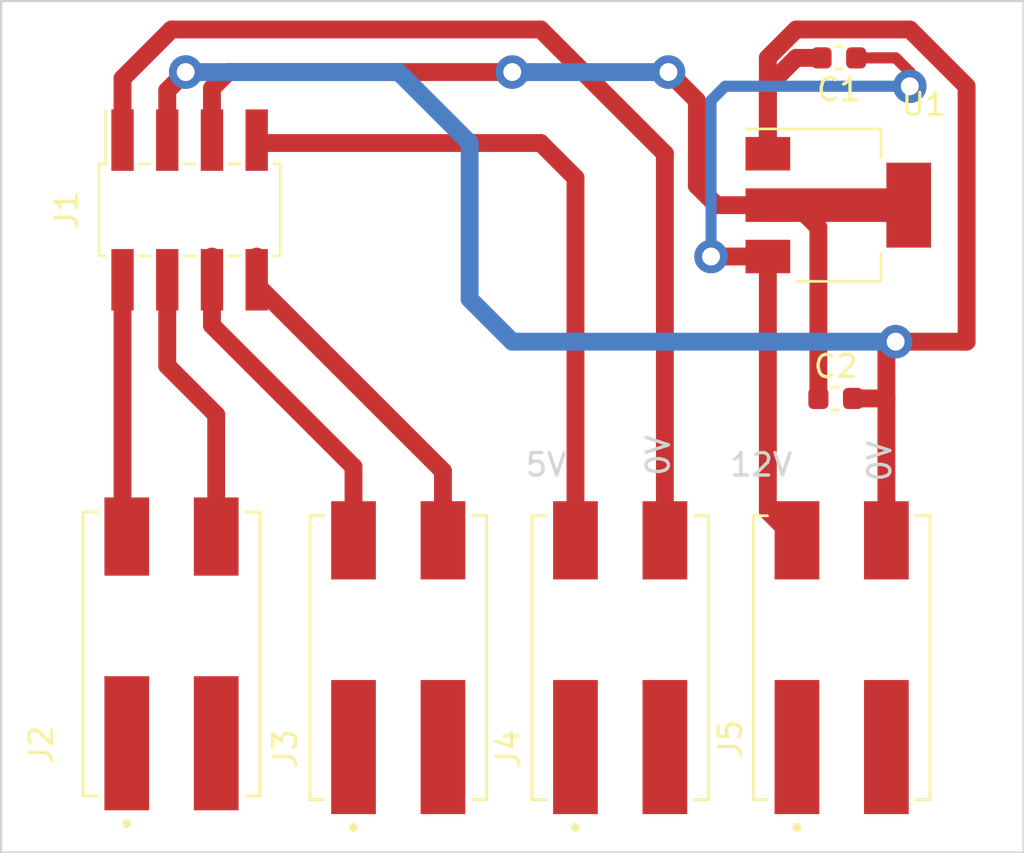
<source format=kicad_pcb>
(kicad_pcb (version 20221018) (generator pcbnew)
  (layers (0 "F.Cu" signal) (31 "B.Cu" signal) (34 "B.Paste" user) (35 "F.Paste" user) (36 "B.SilkS" user "B.Silkscreen") (37 "F.SilkS" user "F.Silkscreen") (38 "B.Mask" user) (39 "F.Mask" user) (44 "Edge.Cuts" user))
  (net 0 "")
  (net 1 "Net-(J1-Pin_3)")
  (net 2 "Net-(J1-Pin_5)")
  (net 3 "Net-(J1-Pin_7)")
  (net 4 "Net-(J1-Pin_2)")
  (net 5 "Net-(J5-Pin_1)")
  (net 6 "Net-(J1-Pin_8)")
  (net 7 "Net-(J1-Pin_6)")
  (net 8 "Net-(J1-Pin_1)")
  (net 9 "Net-(J1-Pin_4)")
  (footprint "Capacitor_SMD:C_0603_1608Metric" (layer "F.Cu") (at 121.285 53.34 180)
    (fp_text reference "C1" (at 0 -1.43) (layer "F.SilkS"))
    (fp_text value "100n")
    (fp_line (start -0.14058 -0.51) (end 0.14058 -0.51) (stroke (width 0.12)) (layer "F.SilkS"))
    (fp_line (start -0.14058 0.51) (end 0.14058 0.51) (stroke (width 0.12)) (layer "F.SilkS"))
    (pad "1" smd roundrect (at -0.775 0 180) (size 0.9 0.95) (layers "F.Cu" "F.Paste" "F.Mask") (net 5 "Net-(J5-Pin_1)"))
    (pad "2" smd roundrect (at 0.775 0 180) (size 0.9 0.95) (layers "F.Cu" "F.Paste" "F.Mask") (net 1 "Net-(J1-Pin_3)"))
  )
  (footprint "Capacitor_SMD:C_0603_1608Metric" (layer "F.Cu") (at 121.145 68.58)
    (fp_text reference "C2" (at 0 -1.43) (layer "F.SilkS"))
    (fp_text value "100n")
    (fp_line (start -0.14058 -0.51) (end 0.14058 -0.51) (stroke (width 0.12)) (layer "F.SilkS"))
    (fp_line (start -0.14058 0.51) (end 0.14058 0.51) (stroke (width 0.12)) (layer "F.SilkS"))
    (pad "1" smd roundrect (at -0.775 0) (size 0.9 0.95) (layers "F.Cu" "F.Paste" "F.Mask") (net 2 "Net-(J1-Pin_5)"))
    (pad "2" smd roundrect (at 0.775 0) (size 0.9 0.95) (layers "F.Cu" "F.Paste" "F.Mask") (net 1 "Net-(J1-Pin_3)"))
  )
  (footprint "Connector_PinSocket_2.00mm:PinSocket_2x04_P2.00mm_Vertical_SMD" (layer "F.Cu") (at 92.25 60.145 90)
    (fp_text reference "J1" (at 0 -5.5 90) (layer "F.SilkS"))
    (fp_text value "2.0 mm SMD Socket")
    (fp_line (start -2.06 -4.06) (end -2.06 -3.76) (stroke (width 0.12)) (layer "F.SilkS"))
    (fp_line (start -2.06 -4.06) (end 2.06 -4.06) (stroke (width 0.12)) (layer "F.SilkS"))
    (fp_line (start -2.06 -2.24) (end -2.06 -1.76) (stroke (width 0.12)) (layer "F.SilkS"))
    (fp_line (start -2.06 -0.24) (end -2.06 0.24) (stroke (width 0.12)) (layer "F.SilkS"))
    (fp_line (start -2.06 1.76) (end -2.06 2.24) (stroke (width 0.12)) (layer "F.SilkS"))
    (fp_line (start -2.06 3.76) (end -2.06 4.06) (stroke (width 0.12)) (layer "F.SilkS"))
    (fp_line (start -2.06 4.06) (end 2.06 4.06) (stroke (width 0.12)) (layer "F.SilkS"))
    (fp_line (start 2.06 -4.06) (end 2.06 -3.76) (stroke (width 0.12)) (layer "F.SilkS"))
    (fp_line (start 2.06 -3.76) (end 4.44 -3.76) (stroke (width 0.12)) (layer "F.SilkS"))
    (fp_line (start 2.06 -2.24) (end 2.06 -1.76) (stroke (width 0.12)) (layer "F.SilkS"))
    (fp_line (start 2.06 -0.24) (end 2.06 0.24) (stroke (width 0.12)) (layer "F.SilkS"))
    (fp_line (start 2.06 1.76) (end 2.06 2.24) (stroke (width 0.12)) (layer "F.SilkS"))
    (fp_line (start 2.06 3.76) (end 2.06 4.06) (stroke (width 0.12)) (layer "F.SilkS"))
    (pad "1" smd rect (at 3.125 -3 90) (size 2.75 1) (layers "F.Cu" "F.Paste" "F.Mask") (net 8 "Net-(J1-Pin_1)"))
    (pad "2" smd rect (at -3.125 -3 90) (size 2.75 1) (layers "F.Cu" "F.Paste" "F.Mask") (net 4 "Net-(J1-Pin_2)"))
    (pad "3" smd rect (at 3.125 -1 90) (size 2.75 1) (layers "F.Cu" "F.Paste" "F.Mask") (net 1 "Net-(J1-Pin_3)"))
    (pad "4" smd rect (at -3.125 -1 90) (size 2.75 1) (layers "F.Cu" "F.Paste" "F.Mask") (net 9 "Net-(J1-Pin_4)"))
    (pad "5" smd rect (at 3.125 1 90) (size 2.75 1) (layers "F.Cu" "F.Paste" "F.Mask") (net 2 "Net-(J1-Pin_5)"))
    (pad "6" smd rect (at -3.125 1 90) (size 2.75 1) (layers "F.Cu" "F.Paste" "F.Mask") (net 7 "Net-(J1-Pin_6)"))
    (pad "7" smd rect (at 3.125 3 90) (size 2.75 1) (layers "F.Cu" "F.Paste" "F.Mask") (net 3 "Net-(J1-Pin_7)"))
    (pad "8" smd rect (at -3.125 3 90) (size 2.75 1) (layers "F.Cu" "F.Paste" "F.Mask") (net 6 "Net-(J1-Pin_8)"))
  )
  (footprint "wago_smd_2screw:WAGO_2060-452_998-404" (layer "F.Cu") (at 111.506 80.18 90)
    (fp_text reference "J4" (at -4.075 -4.985 90) (layer "F.SilkS"))
    (fp_text value "Screw")
    (fp_line (start -6.35 -3.95) (end -6.35 -3.32) (stroke (width 0.127)) (layer "F.SilkS"))
    (fp_line (start -6.35 3.95) (end -6.35 3.32) (stroke (width 0.127)) (layer "F.SilkS"))
    (fp_line (start -6.35 3.95) (end 6.35 3.95) (stroke (width 0.127)) (layer "F.SilkS"))
    (fp_line (start 6.35 -3.95) (end -6.35 -3.95) (stroke (width 0.127)) (layer "F.SilkS"))
    (fp_line (start 6.35 -3.32) (end 6.35 -3.95) (stroke (width 0.127)) (layer "F.SilkS"))
    (fp_line (start 6.35 3.95) (end 6.35 3.32) (stroke (width 0.127)) (layer "F.SilkS"))
    (fp_circle (center -7.6 -2) (end -7.5 -2) (stroke (width 0.2)) (fill none) (layer "F.SilkS"))
    (pad "1" smd rect (at -4 -2 90) (size 6 2) (layers "F.Cu" "F.Paste" "F.Mask") (net 3 "Net-(J1-Pin_7)"))
    (pad "1" smd rect (at 5.25 -2 90) (size 3.5 2) (layers "F.Cu" "F.Paste" "F.Mask") (net 3 "Net-(J1-Pin_7)"))
    (pad "2" smd rect (at -4 2 90) (size 6 2) (layers "F.Cu" "F.Paste" "F.Mask") (net 8 "Net-(J1-Pin_1)"))
    (pad "2" smd rect (at 5.25 2 90) (size 3.5 2) (layers "F.Cu" "F.Paste" "F.Mask") (net 8 "Net-(J1-Pin_1)"))
  )
  (footprint "wago_smd_2screw:WAGO_2060-452_998-404" (layer "F.Cu") (at 91.44 80.01 90)
    (fp_text reference "J2" (at -4.075 -5.835 90) (layer "F.SilkS"))
    (fp_text value "Screw")
    (fp_line (start -6.35 -3.95) (end -6.35 -3.32) (stroke (width 0.127)) (layer "F.SilkS"))
    (fp_line (start -6.35 3.95) (end -6.35 3.32) (stroke (width 0.127)) (layer "F.SilkS"))
    (fp_line (start -6.35 3.95) (end 6.35 3.95) (stroke (width 0.127)) (layer "F.SilkS"))
    (fp_line (start 6.35 -3.95) (end -6.35 -3.95) (stroke (width 0.127)) (layer "F.SilkS"))
    (fp_line (start 6.35 -3.32) (end 6.35 -3.95) (stroke (width 0.127)) (layer "F.SilkS"))
    (fp_line (start 6.35 3.95) (end 6.35 3.32) (stroke (width 0.127)) (layer "F.SilkS"))
    (fp_circle (center -7.6 -2) (end -7.5 -2) (stroke (width 0.2)) (fill none) (layer "F.SilkS"))
    (pad "1" smd rect (at -4 -2 90) (size 6 2) (layers "F.Cu" "F.Paste" "F.Mask") (net 4 "Net-(J1-Pin_2)"))
    (pad "1" smd rect (at 5.25 -2 90) (size 3.5 2) (layers "F.Cu" "F.Paste" "F.Mask") (net 4 "Net-(J1-Pin_2)"))
    (pad "2" smd rect (at -4 2 90) (size 6 2) (layers "F.Cu" "F.Paste" "F.Mask") (net 9 "Net-(J1-Pin_4)"))
    (pad "2" smd rect (at 5.25 2 90) (size 3.5 2) (layers "F.Cu" "F.Paste" "F.Mask") (net 9 "Net-(J1-Pin_4)"))
  )
  (footprint "wago_smd_2screw:WAGO_2060-452_998-404" (layer "F.Cu") (at 101.58 80.18 90)
    (fp_text reference "J3" (at -4.075 -5.06 90) (layer "F.SilkS"))
    (fp_text value "Screw")
    (fp_line (start -6.35 -3.95) (end -6.35 -3.32) (stroke (width 0.127)) (layer "F.SilkS"))
    (fp_line (start -6.35 3.95) (end -6.35 3.32) (stroke (width 0.127)) (layer "F.SilkS"))
    (fp_line (start -6.35 3.95) (end 6.35 3.95) (stroke (width 0.127)) (layer "F.SilkS"))
    (fp_line (start 6.35 -3.95) (end -6.35 -3.95) (stroke (width 0.127)) (layer "F.SilkS"))
    (fp_line (start 6.35 -3.32) (end 6.35 -3.95) (stroke (width 0.127)) (layer "F.SilkS"))
    (fp_line (start 6.35 3.95) (end 6.35 3.32) (stroke (width 0.127)) (layer "F.SilkS"))
    (fp_circle (center -7.6 -2) (end -7.5 -2) (stroke (width 0.2)) (fill none) (layer "F.SilkS"))
    (pad "1" smd rect (at -4 -2 90) (size 6 2) (layers "F.Cu" "F.Paste" "F.Mask") (net 7 "Net-(J1-Pin_6)"))
    (pad "1" smd rect (at 5.25 -2 90) (size 3.5 2) (layers "F.Cu" "F.Paste" "F.Mask") (net 7 "Net-(J1-Pin_6)"))
    (pad "2" smd rect (at -4 2 90) (size 6 2) (layers "F.Cu" "F.Paste" "F.Mask") (net 6 "Net-(J1-Pin_8)"))
    (pad "2" smd rect (at 5.25 2 90) (size 3.5 2) (layers "F.Cu" "F.Paste" "F.Mask") (net 6 "Net-(J1-Pin_8)"))
  )
  (footprint "wago_smd_2screw:WAGO_2060-452_998-404" (layer "F.Cu") (at 121.412 80.18 90)
    (fp_text reference "J5" (at -3.64 -4.985 90) (layer "F.SilkS"))
    (fp_text value "Screw")
    (fp_line (start -6.35 -3.95) (end -6.35 -3.32) (stroke (width 0.127)) (layer "F.SilkS"))
    (fp_line (start -6.35 3.95) (end -6.35 3.32) (stroke (width 0.127)) (layer "F.SilkS"))
    (fp_line (start -6.35 3.95) (end 6.35 3.95) (stroke (width 0.127)) (layer "F.SilkS"))
    (fp_line (start 6.35 -3.95) (end -6.35 -3.95) (stroke (width 0.127)) (layer "F.SilkS"))
    (fp_line (start 6.35 -3.32) (end 6.35 -3.95) (stroke (width 0.127)) (layer "F.SilkS"))
    (fp_line (start 6.35 3.95) (end 6.35 3.32) (stroke (width 0.127)) (layer "F.SilkS"))
    (fp_circle (center -7.6 -2) (end -7.5 -2) (stroke (width 0.2)) (fill none) (layer "F.SilkS"))
    (pad "1" smd rect (at -4 -2 90) (size 6 2) (layers "F.Cu" "F.Paste" "F.Mask") (net 5 "Net-(J5-Pin_1)"))
    (pad "1" smd rect (at 5.25 -2 90) (size 3.5 2) (layers "F.Cu" "F.Paste" "F.Mask") (net 5 "Net-(J5-Pin_1)"))
    (pad "2" smd rect (at -4 2 90) (size 6 2) (layers "F.Cu" "F.Paste" "F.Mask") (net 1 "Net-(J1-Pin_3)"))
    (pad "2" smd rect (at 5.25 2 90) (size 3.5 2) (layers "F.Cu" "F.Paste" "F.Mask") (net 1 "Net-(J1-Pin_3)"))
  )
  (footprint "Package_TO_SOT_SMD:SOT-223-3_TabPin2" (layer "F.Cu") (at 121.26 59.93)
    (fp_text reference "U1" (at 3.835 -4.5) (layer "F.SilkS"))
    (fp_text value "AMS1117 5.0")
    (fp_line (start -4.1 -3.41) (end 1.91 -3.41) (stroke (width 0.12)) (layer "F.SilkS"))
    (fp_line (start -1.85 3.41) (end 1.91 3.41) (stroke (width 0.12)) (layer "F.SilkS"))
    (fp_line (start 1.91 -3.41) (end 1.91 -2.15) (stroke (width 0.12)) (layer "F.SilkS"))
    (fp_line (start 1.91 3.41) (end 1.91 2.15) (stroke (width 0.12)) (layer "F.SilkS"))
    (pad "1" smd rect (at -3.15 -2.3) (size 2 1.5) (layers "F.Cu" "F.Paste" "F.Mask") (net 1 "Net-(J1-Pin_3)"))
    (pad "2" smd rect (at -3.15 0) (size 2 1.5) (layers "F.Cu" "F.Paste" "F.Mask") (net 2 "Net-(J1-Pin_5)"))
    (pad "2" smd rect (at 3.15 0) (size 2 3.8) (layers "F.Cu" "F.Paste" "F.Mask") (net 2 "Net-(J1-Pin_5)"))
    (pad "3" smd rect (at -3.15 2.3) (size 2 1.5) (layers "F.Cu" "F.Paste" "F.Mask") (net 5 "Net-(J5-Pin_1)"))
  )
  (gr_line (start 83.82 50.8) (end 129.54 50.8) (stroke (width 0.1)) (layer "Edge.Cuts"))
  (gr_line (start 83.82 88.9) (end 83.82 50.8) (stroke (width 0.1)) (layer "Edge.Cuts"))
  (gr_line (start 129.54 50.8) (end 129.54 88.9) (stroke (width 0.1)) (layer "Edge.Cuts"))
  (gr_line (start 129.54 88.9) (end 83.82 88.9) (stroke (width 0.1)) (layer "Edge.Cuts"))
  (gr_text "5V" (at 107.188 72.136) (layer "Edge.Cuts") (effects (font (size 1 1)) (justify left bottom)))
  (gr_text "0V" (at 123.698 72.39 90) (layer "Edge.Cuts") (effects (font (size 1 1)) (justify left bottom)))
  (gr_text "12V" (at 116.332 72.136) (layer "Edge.Cuts") (effects (font (size 1 1)) (justify left bottom)))
  (gr_text "0V" (at 113.792 72.136 90) (layer "Edge.Cuts") (effects (font (size 1 1)) (justify left bottom)))
  (segment (start 123.825 66.04) (end 127 66.04) (width 0.8) (layer "F.Cu") (net 1))
  (segment (start 127 66.04) (end 127 54.61) (width 0.8) (layer "F.Cu") (net 1))
  (segment (start 127 54.61) (end 124.46 52.07) (width 0.8) (layer "F.Cu") (net 1))
  (segment (start 119.38 53.34) (end 120.51 53.34) (width 0.8) (layer "F.Cu") (net 1))
  (segment (start 123.412 66.453) (end 123.412 68.58) (width 0.8) (layer "F.Cu") (net 1))
  (segment (start 118.11 54.61) (end 119.38 53.34) (width 0.8) (layer "F.Cu") (net 1))
  (segment (start 118.11 53.34) (end 118.11 57.63) (width 0.8) (layer "F.Cu") (net 1))
  (segment (start 91.25 57.02) (end 91.25 54.8) (width 0.8) (layer "F.Cu") (net 1))
  (segment (start 118.11 57.63) (end 118.11 54.61) (width 0.8) (layer "F.Cu") (net 1))
  (segment (start 123.825 66.04) (end 123.412 66.453) (width 0.8) (layer "F.Cu") (net 1))
  (segment (start 91.25 54.8) (end 92.075 53.975) (width 0.8) (layer "F.Cu") (net 1))
  (segment (start 121.92 68.58) (end 123.412 68.58) (width 0.8) (layer "F.Cu") (net 1))
  (segment (start 119.38 52.07) (end 118.11 53.34) (width 0.8) (layer "F.Cu") (net 1))
  (segment (start 124.46 52.07) (end 119.38 52.07) (width 0.8) (layer "F.Cu") (net 1))
  (segment (start 123.412 68.58) (end 123.412 74.93) (width 0.8) (layer "F.Cu") (net 1))
  (via (at 92.075 53.975) (size 1.5) (drill 0.8) (layers "F.Cu" "B.Cu") (net 1))
  (via (at 123.825 66.04) (size 1.5) (drill 0.8) (layers "F.Cu" "B.Cu") (net 1))
  (segment (start 106.68 66.04) (end 123.825 66.04) (width 0.8) (layer "B.Cu") (net 1))
  (segment (start 92.075 53.975) (end 101.6 53.975) (width 0.8) (layer "B.Cu") (net 1))
  (segment (start 104.775 57.15) (end 104.775 64.135) (width 0.8) (layer "B.Cu") (net 1))
  (segment (start 104.775 64.135) (end 106.68 66.04) (width 0.8) (layer "B.Cu") (net 1))
  (segment (start 101.6 53.975) (end 104.775 57.15) (width 0.8) (layer "B.Cu") (net 1))
  (segment (start 118.11 59.93) (end 115.81 59.93) (width 0.8) (layer "F.Cu") (net 2))
  (segment (start 115.81 59.93) (end 114.935 59.055) (width 0.8) (layer "F.Cu") (net 2))
  (segment (start 93.25 54.705) (end 93.25 57.02) (width 0.8) (layer "F.Cu") (net 2))
  (segment (start 124.41 59.93) (end 119.38 59.93) (width 1.5) (layer "F.Cu") (net 2))
  (segment (start 120.37 60.92) (end 119.38 59.93) (width 0.8) (layer "F.Cu") (net 2))
  (segment (start 106.68 53.975) (end 93.98 53.975) (width 0.8) (layer "F.Cu") (net 2))
  (segment (start 119.38 59.93) (end 118.11 59.93) (width 1.5) (layer "F.Cu") (net 2))
  (segment (start 114.935 55.245) (end 113.665 53.975) (width 0.8) (layer "F.Cu") (net 2))
  (segment (start 93.98 53.975) (end 93.25 54.705) (width 0.8) (layer "F.Cu") (net 2))
  (segment (start 120.37 68.58) (end 120.37 60.92) (width 0.8) (layer "F.Cu") (net 2))
  (segment (start 114.935 59.055) (end 114.935 55.245) (width 0.8) (layer "F.Cu") (net 2))
  (via (at 113.665 53.975) (size 1.5) (drill 0.8) (layers "F.Cu" "B.Cu") (net 2))
  (via (at 106.68 53.975) (size 1.5) (drill 0.8) (layers "F.Cu" "B.Cu") (net 2))
  (segment (start 113.665 53.975) (end 106.68 53.975) (width 0.8) (layer "B.Cu") (net 2))
  (segment (start 95.38 57.15) (end 95.25 57.02) (width 0.8) (layer "F.Cu") (net 3))
  (segment (start 107.95 57.15) (end 95.38 57.15) (width 0.8) (layer "F.Cu") (net 3))
  (segment (start 109.506 74.93) (end 109.506 58.706) (width 0.8) (layer "F.Cu") (net 3))
  (segment (start 109.506 58.706) (end 107.95 57.15) (width 0.8) (layer "F.Cu") (net 3))
  (segment (start 89.25 63.27) (end 89.25 74.57) (width 0.8) (layer "F.Cu") (net 4))
  (segment (start 89.25 74.57) (end 89.44 74.76) (width 0.8) (layer "F.Cu") (net 4))
  (segment (start 122.06 53.34) (end 123.825 53.34) (width 0.5) (layer "F.Cu") (net 5))
  (segment (start 124.46 53.975) (end 124.46 54.61) (width 0.5) (layer "F.Cu") (net 5))
  (segment (start 123.825 53.34) (end 124.46 53.975) (width 0.5) (layer "F.Cu") (net 5))
  (segment (start 118.11 62.23) (end 115.57 62.23) (width 0.8) (layer "F.Cu") (net 5))
  (segment (start 118.11 73.628) (end 119.412 74.93) (width 0.8) (layer "F.Cu") (net 5))
  (segment (start 118.11 62.23) (end 118.11 73.628) (width 0.8) (layer "F.Cu") (net 5))
  (via (at 115.57 62.23) (size 1.5) (drill 0.8) (layers "F.Cu" "B.Cu") (net 5))
  (via (at 124.46 54.61) (size 1.5) (drill 0.8) (layers "F.Cu" "B.Cu") (net 5))
  (segment (start 115.57 55.245) (end 115.57 62.23) (width 0.5) (layer "B.Cu") (net 5))
  (segment (start 124.46 54.61) (end 116.205 54.61) (width 0.5) (layer "B.Cu") (net 5))
  (segment (start 116.205 54.61) (end 115.57 55.245) (width 0.5) (layer "B.Cu") (net 5))
  (segment (start 95.25 63.5) (end 95.25 62.23) (width 0.8) (layer "F.Cu") (net 6))
  (segment (start 103.58 71.83) (end 95.25 63.5) (width 0.8) (layer "F.Cu") (net 6))
  (segment (start 103.58 74.93) (end 103.58 71.83) (width 0.8) (layer "F.Cu") (net 6))
  (segment (start 93.25 65.31) (end 93.25 62.23) (width 0.8) (layer "F.Cu") (net 7))
  (segment (start 99.58 71.64) (end 93.25 65.31) (width 0.8) (layer "F.Cu") (net 7))
  (segment (start 99.58 74.93) (end 99.58 71.64) (width 0.8) (layer "F.Cu") (net 7))
  (segment (start 107.95 52.07) (end 91.44 52.07) (width 0.8) (layer "F.Cu") (net 8))
  (segment (start 91.44 52.07) (end 89.25 54.26) (width 0.8) (layer "F.Cu") (net 8))
  (segment (start 89.25 54.26) (end 89.25 57.02) (width 0.8) (layer "F.Cu") (net 8))
  (segment (start 113.506 57.626) (end 107.95 52.07) (width 0.8) (layer "F.Cu") (net 8))
  (segment (start 113.506 74.93) (end 113.506 57.626) (width 0.8) (layer "F.Cu") (net 8))
  (segment (start 91.25 67.12) (end 91.25 63.27) (width 0.8) (layer "F.Cu") (net 9))
  (segment (start 93.44 74.76) (end 93.44 69.31) (width 0.8) (layer "F.Cu") (net 9))
  (segment (start 93.44 69.31) (end 91.25 67.12) (width 0.8) (layer "F.Cu") (net 9))
)
</source>
